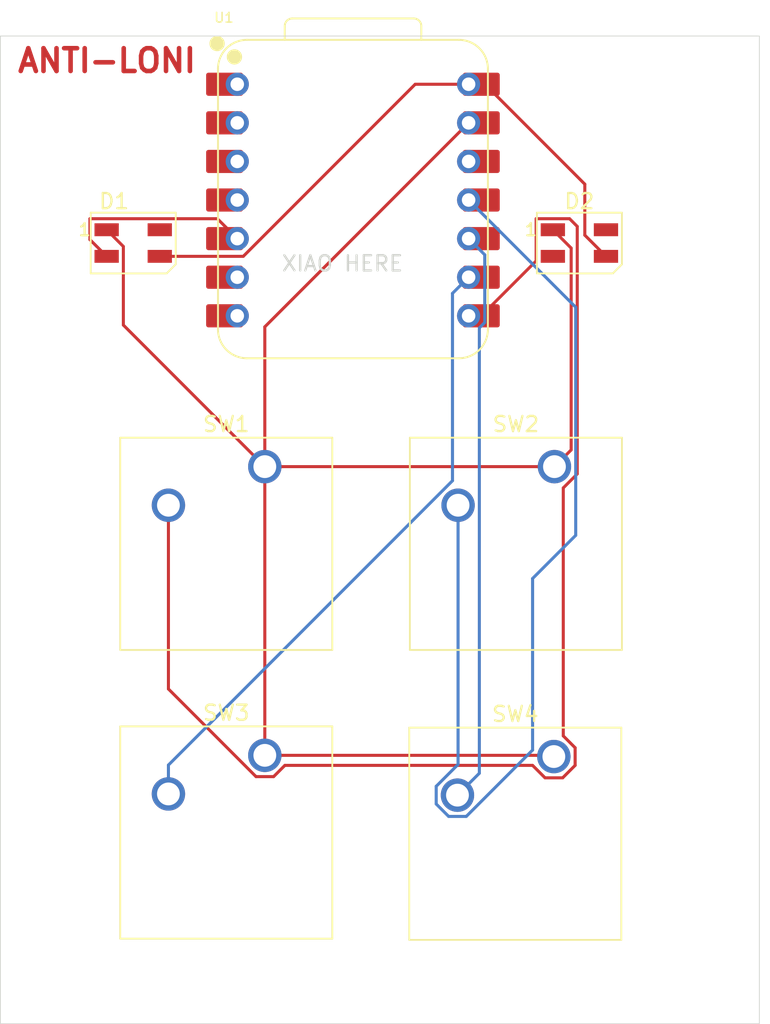
<source format=kicad_pcb>
(kicad_pcb (version 20241229) (generator "pcbnew") (generator_version "9.0")
  (layers (0 "F.Cu" signal) (2 "B.Cu" signal) (13 "F.Paste" user) (15 "B.Paste" user) (5 "F.SilkS" user "F.Silkscreen") (7 "B.SilkS" user "B.Silkscreen") (1 "F.Mask" user) (3 "B.Mask" user) (25 "Edge.Cuts" user))
  (net 0 "")
  (net 1 "+5V")
  (net 3 "Net-(D1-DIN)")
  (net 4 "GND")
  (net 7 "Net-(U1-GPIO1{slash}RX)")
  (net 8 "Net-(U1-GPIO3{slash}MOSI)")
  (net 9 "Net-(U1-GPIO2{slash}SCK)")
  (net 10 "Net-(U1-GPIO4{slash}MISO)")
  (footprint "Button_Switch_Keyboard:SW_Cherry_MX_1.00u_PCB" (layer "F.Cu") (at 98.96 100.92)
    (property "Reference" "SW4" (at -2.54 -2.794 0) (layer "F.SilkS"))
    (property "Value" "SW_Push")
    (fp_line (start -9.525 -1.905) (end 4.445 -1.905) (stroke (width 0.12)) (layer "F.SilkS"))
    (fp_line (start -9.525 12.065) (end -9.525 -1.905) (stroke (width 0.12)) (layer "F.SilkS"))
    (fp_line (start 4.445 -1.905) (end 4.445 12.065) (stroke (width 0.12)) (layer "F.SilkS"))
    (fp_line (start 4.445 12.065) (end -9.525 12.065) (stroke (width 0.12)) (layer "F.SilkS"))
    (pad "" np_thru_hole circle (at -7.62 5.08) (size 1.7 1.7) (drill 1.7) (layers "*.Cu" "*.Mask"))
    (pad "" np_thru_hole circle (at -2.54 5.08) (size 4 4) (drill 4) (layers "*.Cu" "*.Mask"))
    (pad "" np_thru_hole circle (at 2.54 5.08) (size 1.7 1.7) (drill 1.7) (layers "*.Cu" "*.Mask"))
    (pad "1" thru_hole circle (at 0 0) (size 2.2 2.2) (drill 1.5) (layers "*.Cu" "*.Mask") (net 4 "GND"))
    (pad "2" thru_hole circle (at -6.35 2.54) (size 2.2 2.2) (drill 1.5) (layers "*.Cu" "*.Mask") (net 10 "Net-(U1-GPIO4{slash}MISO)"))
  )
  (footprint "LED_SMD:LED_SK6812MINI_PLCC4_3.5x3.5mm_P1.75mm" (layer "F.Cu") (at 71.25 67.125)
    (property "Reference" "D1" (at -1.2625 -2.75 0) (layer "F.SilkS"))
    (property "Value" "SK6812")
    (fp_line (start -2.8 -2) (end -2.8 2) (stroke (width 0.12)) (layer "F.SilkS"))
    (fp_line (start -2.8 -2) (end 2.8 -2) (stroke (width 0.12)) (layer "F.SilkS"))
    (fp_line (start -2.8 2) (end 2.2 2) (stroke (width 0.12)) (layer "F.SilkS"))
    (fp_line (start 2.8 1.4) (end 2.2 2) (stroke (width 0.12)) (layer "F.SilkS"))
    (fp_line (start 2.8 1.4) (end 2.8 -2) (stroke (width 0.12)) (layer "F.SilkS"))
    (fp_text user "1" (at -3.2 -0.875 0) (layer "F.SilkS") (effects (font (size 0.8 0.8))))
    (pad "1" smd rect (at -1.75 -0.875) (size 1.6 0.85) (layers "F.Cu" "F.Mask" "F.Paste") (net 4 "GND"))
    (pad "2" smd rect (at -1.75 0.875) (size 1.6 0.85) (layers "F.Cu" "F.Mask" "F.Paste") (net 3 "Net-(D1-DIN)"))
    (pad "3" smd rect (at 1.75 0.875) (size 1.6 0.85) (layers "F.Cu" "F.Mask" "F.Paste") (net 1 "+5V"))
    (pad "4" smd rect (at 1.75 -0.875) (size 1.6 0.85) (layers "F.Cu" "F.Mask" "F.Paste"))
  )
  (footprint "LED_SMD:LED_SK6812MINI_PLCC4_3.5x3.5mm_P1.75mm" (layer "F.Cu") (at 100.64375 67.125)
    (property "Reference" "D2" (at 0 -2.75 0) (layer "F.SilkS"))
    (property "Value" "SK6812")
    (fp_line (start -2.8 -2) (end -2.8 2) (stroke (width 0.12)) (layer "F.SilkS"))
    (fp_line (start -2.8 -2) (end 2.8 -2) (stroke (width 0.12)) (layer "F.SilkS"))
    (fp_line (start -2.8 2) (end 2.2 2) (stroke (width 0.12)) (layer "F.SilkS"))
    (fp_line (start 2.8 1.4) (end 2.2 2) (stroke (width 0.12)) (layer "F.SilkS"))
    (fp_line (start 2.8 1.4) (end 2.8 -2) (stroke (width 0.12)) (layer "F.SilkS"))
    (fp_text user "1" (at -3.2 -0.875 0) (layer "F.SilkS") (effects (font (size 0.8 0.8))))
    (pad "1" smd rect (at -1.75 -0.875) (size 1.6 0.85) (layers "F.Cu" "F.Mask" "F.Paste") (net 4 "GND"))
    (pad "2" smd rect (at -1.75 0.875) (size 1.6 0.85) (layers "F.Cu" "F.Mask" "F.Paste"))
    (pad "3" smd rect (at 1.75 0.875) (size 1.6 0.85) (layers "F.Cu" "F.Mask" "F.Paste") (net 1 "+5V"))
    (pad "4" smd rect (at 1.75 -0.875) (size 1.6 0.85) (layers "F.Cu" "F.Mask" "F.Paste"))
  )
  (footprint "OPL lib:XIAO-RP2040-DIP" (layer "F.Cu") (at 85.725 64.29375)
    (property "Reference" "U1" (at -8.5 -12 0) (layer "F.SilkS") (effects (font (size 0.635 0.635) (thickness 0.1016))))
    (property "Value" "XIAO-RP2040-DIP")
    (fp_line (start -8.89 8.509) (end -8.89 -8.636) (stroke (width 0.127)) (layer "F.SilkS"))
    (fp_line (start -6.985 10.414) (end 6.985 10.414) (stroke (width 0.127)) (layer "F.SilkS"))
    (fp_line (start -4.495 -10.541) (end -4.491272 -11.451272) (stroke (width 0.127)) (layer "F.SilkS"))
    (fp_line (start -3.991272 -11.951) (end 4.004 -11.951) (stroke (width 0.127)) (layer "F.SilkS"))
    (fp_line (start 4.504 -11.451) (end 4.504 -10.541) (stroke (width 0.127)) (layer "F.SilkS"))
    (fp_line (start 6.985 -10.541) (end -6.985 -10.541) (stroke (width 0.1)) (layer "F.SilkS"))
    (fp_line (start 6.985 -10.541) (end -6.985 -10.541) (stroke (width 0.127)) (layer "F.SilkS"))
    (fp_line (start 8.89 8.509) (end 8.89 -8.636) (stroke (width 0.127)) (layer "F.SilkS"))
    (fp_arc (start -8.89 -8.636) (mid -8.332038 -9.983038) (end -6.985 -10.541) (stroke (width 0.127)) (layer "F.SilkS"))
    (fp_arc (start -6.985 10.414) (mid -8.332038 9.856038) (end -8.89 8.509) (stroke (width 0.127)) (layer "F.SilkS"))
    (fp_arc (start -4.491272 -11.451272) (mid -4.344728 -11.80464) (end -3.991272 -11.951) (stroke (width 0.127)) (layer "F.SilkS"))
    (fp_arc (start 4.004 -11.951) (mid 4.357553 -11.804553) (end 4.504 -11.451) (stroke (width 0.127)) (layer "F.SilkS"))
    (fp_arc (start 6.985 -10.541) (mid 8.332038 -9.983038) (end 8.89 -8.636) (stroke (width 0.127)) (layer "F.SilkS"))
    (fp_arc (start 8.89 8.509) (mid 8.332038 9.856038) (end 6.985 10.414) (stroke (width 0.127)) (layer "F.SilkS"))
    (fp_circle (center -8.95 -10.3) (end -8.95 -10.554) (stroke (width 0.5)) (fill yes) (layer "F.SilkS"))
    (fp_circle (center -7.807 -9.42) (end -7.807 -9.674) (stroke (width 0.5)) (fill yes) (layer "F.SilkS"))
    (pad "1" smd roundrect (at -8.455 -7.62 180) (size 2.432 1.524) (layers "F.Cu" "F.Mask") (roundrect_rratio 0.1))
    (pad "1" thru_hole circle (at -7.62 -7.62 180) (size 1.524 1.524) (drill 0.889) (layers "*.Cu" "*.Mask"))
    (pad "2" smd roundrect (at -8.455 -5.08 180) (size 2.432 1.524) (layers "F.Cu" "F.Mask") (roundrect_rratio 0.1))
    (pad "2" thru_hole circle (at -7.62 -5.08 180) (size 1.524 1.524) (drill 0.889) (layers "*.Cu" "*.Mask"))
    (pad "3" smd roundrect (at -8.455 -2.54 180) (size 2.432 1.524) (layers "F.Cu" "F.Mask") (roundrect_rratio 0.1))
    (pad "3" thru_hole circle (at -7.62 -2.54 180) (size 1.524 1.524) (drill 0.889) (layers "*.Cu" "*.Mask"))
    (pad "4" smd roundrect (at -8.455 0 180) (size 2.432 1.524) (layers "F.Cu" "F.Mask") (roundrect_rratio 0.1))
    (pad "4" thru_hole circle (at -7.62 0 180) (size 1.524 1.524) (drill 0.889) (layers "*.Cu" "*.Mask"))
    (pad "5" smd roundrect (at -8.455 2.54 180) (size 2.432 1.524) (layers "F.Cu" "F.Mask") (roundrect_rratio 0.1) (net 3 "Net-(D1-DIN)"))
    (pad "5" thru_hole circle (at -7.62 2.54 180) (size 1.524 1.524) (drill 0.889) (layers "*.Cu" "*.Mask") (net 3 "Net-(D1-DIN)"))
    (pad "6" smd roundrect (at -8.455 5.08 180) (size 2.432 1.524) (layers "F.Cu" "F.Mask") (roundrect_rratio 0.1))
    (pad "6" thru_hole circle (at -7.62 5.08 180) (size 1.524 1.524) (drill 0.889) (layers "*.Cu" "*.Mask"))
    (pad "7" smd roundrect (at -8.455 7.62 180) (size 2.432 1.524) (layers "F.Cu" "F.Mask") (roundrect_rratio 0.1))
    (pad "7" thru_hole circle (at -7.62 7.62 180) (size 1.524 1.524) (drill 0.889) (layers "*.Cu" "*.Mask"))
    (pad "8" thru_hole circle (at 7.62 7.62) (size 1.524 1.524) (drill 0.889) (layers "*.Cu" "*.Mask") (net 7 "Net-(U1-GPIO1{slash}RX)"))
    (pad "8" smd roundrect (at 8.455 7.62) (size 2.432 1.524) (layers "F.Cu" "F.Mask") (roundrect_rratio 0.1) (net 7 "Net-(U1-GPIO1{slash}RX)"))
    (pad "9" thru_hole circle (at 7.62 5.08) (size 1.524 1.524) (drill 0.889) (layers "*.Cu" "*.Mask") (net 9 "Net-(U1-GPIO2{slash}SCK)"))
    (pad "9" smd roundrect (at 8.455 5.08) (size 2.432 1.524) (layers "F.Cu" "F.Mask") (roundrect_rratio 0.1) (net 9 "Net-(U1-GPIO2{slash}SCK)"))
    (pad "10" thru_hole circle (at 7.62 2.54) (size 1.524 1.524) (drill 0.889) (layers "*.Cu" "*.Mask") (net 10 "Net-(U1-GPIO4{slash}MISO)"))
    (pad "10" smd roundrect (at 8.455 2.54) (size 2.432 1.524) (layers "F.Cu" "F.Mask") (roundrect_rratio 0.1) (net 10 "Net-(U1-GPIO4{slash}MISO)"))
    (pad "11" thru_hole circle (at 7.62 0) (size 1.524 1.524) (drill 0.889) (layers "*.Cu" "*.Mask") (net 8 "Net-(U1-GPIO3{slash}MOSI)"))
    (pad "11" smd roundrect (at 8.455 0) (size 2.432 1.524) (layers "F.Cu" "F.Mask") (roundrect_rratio 0.1) (net 8 "Net-(U1-GPIO3{slash}MOSI)"))
    (pad "12" thru_hole circle (at 7.62 -2.54) (size 1.524 1.524) (drill 0.889) (layers "*.Cu" "*.Mask"))
    (pad "12" smd roundrect (at 8.455 -2.54) (size 2.432 1.524) (layers "F.Cu" "F.Mask") (roundrect_rratio 0.1))
    (pad "13" thru_hole circle (at 7.62 -5.08) (size 1.524 1.524) (drill 0.889) (layers "*.Cu" "*.Mask") (net 4 "GND"))
    (pad "13" smd roundrect (at 8.455 -5.08) (size 2.432 1.524) (layers "F.Cu" "F.Mask") (roundrect_rratio 0.1) (net 4 "GND"))
    (pad "14" thru_hole circle (at 7.62 -7.62) (size 1.524 1.524) (drill 0.889) (layers "*.Cu" "*.Mask") (net 1 "+5V"))
    (pad "14" smd roundrect (at 8.455 -7.62) (size 2.432 1.524) (layers "F.Cu" "F.Mask") (roundrect_rratio 0.1) (net 1 "+5V"))
  )
  (footprint "Button_Switch_Keyboard:SW_Cherry_MX_1.00u_PCB" (layer "F.Cu") (at 79.92 81.84)
    (property "Reference" "SW1" (at -2.54 -2.794 0) (layer "F.SilkS"))
    (property "Value" "SW_Push")
    (fp_line (start -9.525 -1.905) (end 4.445 -1.905) (stroke (width 0.12)) (layer "F.SilkS"))
    (fp_line (start -9.525 12.065) (end -9.525 -1.905) (stroke (width 0.12)) (layer "F.SilkS"))
    (fp_line (start 4.445 -1.905) (end 4.445 12.065) (stroke (width 0.12)) (layer "F.SilkS"))
    (fp_line (start 4.445 12.065) (end -9.525 12.065) (stroke (width 0.12)) (layer "F.SilkS"))
    (pad "" np_thru_hole circle (at -7.62 5.08) (size 1.7 1.7) (drill 1.7) (layers "*.Cu" "*.Mask"))
    (pad "" np_thru_hole circle (at -2.54 5.08) (size 4 4) (drill 4) (layers "*.Cu" "*.Mask"))
    (pad "" np_thru_hole circle (at 2.54 5.08) (size 1.7 1.7) (drill 1.7) (layers "*.Cu" "*.Mask"))
    (pad "1" thru_hole circle (at 0 0) (size 2.2 2.2) (drill 1.5) (layers "*.Cu" "*.Mask") (net 4 "GND"))
    (pad "2" thru_hole circle (at -6.35 2.54) (size 2.2 2.2) (drill 1.5) (layers "*.Cu" "*.Mask") (net 7 "Net-(U1-GPIO1{slash}RX)"))
  )
  (footprint "Button_Switch_Keyboard:SW_Cherry_MX_1.00u_PCB" (layer "F.Cu") (at 99 81.84)
    (property "Reference" "SW2" (at -2.54 -2.794 0) (layer "F.SilkS"))
    (property "Value" "SW_Push")
    (fp_line (start -9.525 -1.905) (end 4.445 -1.905) (stroke (width 0.12)) (layer "F.SilkS"))
    (fp_line (start -9.525 12.065) (end -9.525 -1.905) (stroke (width 0.12)) (layer "F.SilkS"))
    (fp_line (start 4.445 -1.905) (end 4.445 12.065) (stroke (width 0.12)) (layer "F.SilkS"))
    (fp_line (start 4.445 12.065) (end -9.525 12.065) (stroke (width 0.12)) (layer "F.SilkS"))
    (pad "" np_thru_hole circle (at -7.62 5.08) (size 1.7 1.7) (drill 1.7) (layers "*.Cu" "*.Mask"))
    (pad "" np_thru_hole circle (at -2.54 5.08) (size 4 4) (drill 4) (layers "*.Cu" "*.Mask"))
    (pad "" np_thru_hole circle (at 2.54 5.08) (size 1.7 1.7) (drill 1.7) (layers "*.Cu" "*.Mask"))
    (pad "1" thru_hole circle (at 0 0) (size 2.2 2.2) (drill 1.5) (layers "*.Cu" "*.Mask") (net 4 "GND"))
    (pad "2" thru_hole circle (at -6.35 2.54) (size 2.2 2.2) (drill 1.5) (layers "*.Cu" "*.Mask") (net 8 "Net-(U1-GPIO3{slash}MOSI)"))
  )
  (footprint "Button_Switch_Keyboard:SW_Cherry_MX_1.00u_PCB" (layer "F.Cu") (at 79.92 100.84)
    (property "Reference" "SW3" (at -2.54 -2.794 0) (layer "F.SilkS"))
    (property "Value" "SW_Push")
    (fp_line (start -9.525 -1.905) (end 4.445 -1.905) (stroke (width 0.12)) (layer "F.SilkS"))
    (fp_line (start -9.525 12.065) (end -9.525 -1.905) (stroke (width 0.12)) (layer "F.SilkS"))
    (fp_line (start 4.445 -1.905) (end 4.445 12.065) (stroke (width 0.12)) (layer "F.SilkS"))
    (fp_line (start 4.445 12.065) (end -9.525 12.065) (stroke (width 0.12)) (layer "F.SilkS"))
    (pad "" np_thru_hole circle (at -7.62 5.08) (size 1.7 1.7) (drill 1.7) (layers "*.Cu" "*.Mask"))
    (pad "" np_thru_hole circle (at -2.54 5.08) (size 4 4) (drill 4) (layers "*.Cu" "*.Mask"))
    (pad "" np_thru_hole circle (at 2.54 5.08) (size 1.7 1.7) (drill 1.7) (layers "*.Cu" "*.Mask"))
    (pad "1" thru_hole circle (at 0 0) (size 2.2 2.2) (drill 1.5) (layers "*.Cu" "*.Mask") (net 4 "GND"))
    (pad "2" thru_hole circle (at -6.35 2.54) (size 2.2 2.2) (drill 1.5) (layers "*.Cu" "*.Mask") (net 9 "Net-(U1-GPIO2{slash}SCK)"))
  )
  (gr_rect (start 62.5 53.5) (end 112.5 118.5) (stroke (width 0.05)) (fill no) (layer "Edge.Cuts"))
  (gr_text "ANTI-LONI\n" (at 63.5 56 0) (layer "F.Cu") (effects (font (size 1.5 1.5) (thickness 0.3) (bold yes)) (justify left bottom)))
  (gr_text "XIAO HERE" (at 80.9625 69.05625 0) (layer "Edge.Cuts") (effects (font (size 1 1)) (justify left bottom)))
  (segment (start 89.82625 56.67375) (end 93.345 56.67375) (width 0.2) (layer "F.Cu") (net 1))
  (segment (start 94.42263 56.67375) (end 93.345 56.67375) (width 0.2) (layer "F.Cu") (net 1))
  (segment (start 101 63.25112) (end 94.42263 56.67375) (width 0.2) (layer "F.Cu") (net 1))
  (segment (start 73 68) (end 78.5 68) (width 0.2) (layer "F.Cu") (net 1))
  (segment (start 78.5 68) (end 89.82625 56.67375) (width 0.2) (layer "F.Cu") (net 1))
  (segment (start 102.39375 68) (end 101 66.60625) (width 0.2) (layer "F.Cu") (net 1))
  (segment (start 101 66.60625) (end 101 63.25112) (width 0.2) (layer "F.Cu") (net 1))
  (segment (start 68.399 66.899) (end 68.399 65.524) (width 0.2) (layer "F.Cu") (net 3))
  (segment (start 68.399 65.524) (end 76.79525 65.524) (width 0.2) (layer "F.Cu") (net 3))
  (segment (start 76.79525 65.524) (end 78.105 66.83375) (width 0.2) (layer "F.Cu") (net 3))
  (segment (start 69.5 68) (end 68.399 66.899) (width 0.2) (layer "F.Cu") (net 3))
  (segment (start 99 81.84) (end 79.92 81.84) (width 0.2) (layer "F.Cu") (net 4))
  (segment (start 99 81.84) (end 100.099999 80.740001) (width 0.2) (layer "F.Cu") (net 4))
  (segment (start 79.92 81.84) (end 79.92 100.84) (width 0.2) (layer "F.Cu") (net 4))
  (segment (start 70.601 72.521) (end 70.601 67.351) (width 0.2) (layer "F.Cu") (net 4))
  (segment (start 100.099999 80.740001) (end 100.099999 67.456249) (width 0.2) (layer "F.Cu") (net 4))
  (segment (start 79.92 100.84) (end 98.88 100.84) (width 0.2) (layer "F.Cu") (net 4))
  (segment (start 79.92 81.84) (end 70.601 72.521) (width 0.2) (layer "F.Cu") (net 4))
  (segment (start 79.92 81.84) (end 79.92 72.63875) (width 0.2) (layer "F.Cu") (net 4))
  (segment (start 100.099999 67.456249) (end 98.89375 66.25) (width 0.2) (layer "F.Cu") (net 4))
  (segment (start 79.92 72.63875) (end 93.345 59.21375) (width 0.2) (layer "F.Cu") (net 4))
  (segment (start 98.88 100.84) (end 98.96 100.92) (width 0.2) (layer "F.Cu") (net 4))
  (segment (start 70.601 67.351) (end 69.5 66.25) (width 0.2) (layer "F.Cu") (net 4))
  (segment (start 99.99475 65.524) (end 97.79275 65.524) (width 0.2) (layer "F.Cu") (net 7))
  (segment (start 97.79275 68.301) (end 94.18 71.91375) (width 0.2) (layer "F.Cu") (net 7))
  (segment (start 100.361 100.339686) (end 99.580314 99.559) (width 0.2) (layer "F.Cu") (net 7))
  (segment (start 99.540314 102.321) (end 100.361 101.500314) (width 0.2) (layer "F.Cu") (net 7))
  (segment (start 99.580314 99.559) (end 99.580314 83.241) (width 0.2) (layer "F.Cu") (net 7))
  (segment (start 73.57 84.38) (end 73.57 96.471314) (width 0.2) (layer "F.Cu") (net 7))
  (segment (start 79.339686 102.241) (end 80.500314 102.241) (width 0.2) (layer "F.Cu") (net 7))
  (segment (start 81.241 101.500314) (end 97.559 101.500314) (width 0.2) (layer "F.Cu") (net 7))
  (segment (start 97.79275 65.524) (end 97.79275 68.301) (width 0.2) (layer "F.Cu") (net 7))
  (segment (start 98.379686 102.321) (end 99.540314 102.321) (width 0.2) (layer "F.Cu") (net 7))
  (segment (start 73.57 96.471314) (end 79.339686 102.241) (width 0.2) (layer "F.Cu") (net 7))
  (segment (start 94.18 71.91375) (end 93.345 71.91375) (width 0.2) (layer "F.Cu") (net 7))
  (segment (start 100.500999 82.320315) (end 100.500999 66.030249) (width 0.2) (layer "F.Cu") (net 7))
  (segment (start 80.500314 102.241) (end 81.241 101.500314) (width 0.2) (layer "F.Cu") (net 7))
  (segment (start 99.580314 83.241) (end 100.500999 82.320315) (width 0.2) (layer "F.Cu") (net 7))
  (segment (start 97.559 101.500314) (end 98.379686 102.321) (width 0.2) (layer "F.Cu") (net 7))
  (segment (start 100.500999 66.030249) (end 99.99475 65.524) (width 0.2) (layer "F.Cu") (net 7))
  (segment (start 100.361 101.500314) (end 100.361 100.339686) (width 0.2) (layer "F.Cu") (net 7))
  (segment (start 100.401 86.36053) (end 100.401 71.34975) (width 0.2) (layer "B.Cu") (net 8))
  (segment (start 91.209 102.879686) (end 91.209 104.040314) (width 0.2) (layer "B.Cu") (net 8))
  (segment (start 100.401 71.34975) (end 93.345 64.29375) (width 0.2) (layer "B.Cu") (net 8))
  (segment (start 97.559 89.20253) (end 100.401 86.36053) (width 0.2) (layer "B.Cu") (net 8))
  (segment (start 93.190314 104.861) (end 97.559 100.492314) (width 0.2) (layer "B.Cu") (net 8))
  (segment (start 91.209 104.040314) (end 92.029686 104.861) (width 0.2) (layer "B.Cu") (net 8))
  (segment (start 92.029686 104.861) (end 93.190314 104.861) (width 0.2) (layer "B.Cu") (net 8))
  (segment (start 97.559 100.492314) (end 97.559 89.20253) (width 0.2) (layer "B.Cu") (net 8))
  (segment (start 92.65 101.438686) (end 91.209 102.879686) (width 0.2) (layer "B.Cu") (net 8))
  (segment (start 92.65 84.38) (end 92.65 101.438686) (width 0.2) (layer "B.Cu") (net 8))
  (segment (start 92.282 70.43675) (end 93.345 69.37375) (width 0.2) (layer "B.Cu") (net 9))
  (segment (start 92.282 82.766686) (end 92.282 70.43675) (width 0.2) (layer "B.Cu") (net 9))
  (segment (start 73.57 103.38) (end 73.57 101.478686) (width 0.2) (layer "B.Cu") (net 9))
  (segment (start 73.57 101.478686) (end 92.282 82.766686) (width 0.2) (layer "B.Cu") (net 9))
  (segment (start 94.051 102.019) (end 94.051 72.71106) (width 0.2) (layer "B.Cu") (net 10))
  (segment (start 94.408 72.35406) (end 94.408 67.89675) (width 0.2) (layer "B.Cu") (net 10))
  (segment (start 94.408 67.89675) (end 93.345 66.83375) (width 0.2) (layer "B.Cu") (net 10))
  (segment (start 92.61 103.46) (end 94.051 102.019) (width 0.2) (layer "B.Cu") (net 10))
  (segment (start 94.051 72.71106) (end 94.408 72.35406) (width 0.2) (layer "B.Cu") (net 10))
)
</source>
